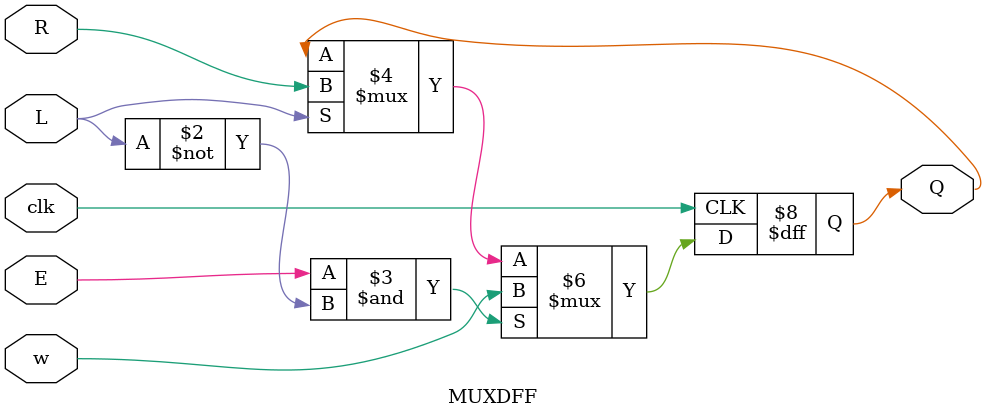
<source format=v>
module top_module (
    input [3:0] SW,
    input [3:0] KEY,
    output [3:0] LEDR
); //

MUXDFF m3(KEY[0],KEY[3],SW[3],KEY[1],KEY[2],LEDR[3]);
MUXDFF m2(KEY[0],LEDR[3],SW[2],KEY[1],KEY[2],LEDR[2]);
    MUXDFF m1(KEY[0],LEDR[2],SW[1],KEY[1],KEY[2],LEDR[1]);
    MUXDFF m0(KEY[0],LEDR[1],SW[0],KEY[1],KEY[2],LEDR[0]);

endmodule

module MUXDFF (input clk,
    input w, R, E, L,
    output Q);

    always@(posedge clk)begin
    if(L) Q<=R;
    if(E&(~L)) Q<=w;
end

endmodule


</source>
